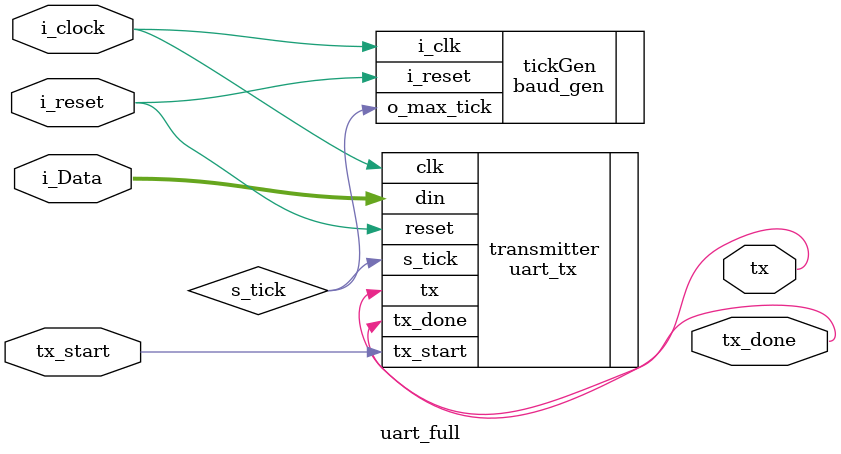
<source format=v>
`timescale 10ns / 10ns

module uart_full    #(
    parameter   DBIT        =   16           ,
    parameter   SB_TICK     =   16          ,
    parameter   DIV         =   163         ,
    parameter   SIZ         =   8
)
(
    input   wire    i_clock ,   i_reset     ,
    input   wire    [DBIT-1:0]  i_Data      ,
    input   wire                tx_start    ,
    output  wire    tx_done ,   tx
);

wire        baud_gen_line       ;

baud_gen    #(
    .N              (SIZ)                   ,
    .M              (DIV)
)   tickGen     (
    .i_clk          (i_clock)               ,
    .i_reset        (i_reset)               ,
    .o_max_tick     (s_tick)
);

uart_tx         #(
    .DBIT           (DBIT)                  ,
    .SB_TICK        (SB_TICK)
)   transmitter (
    .clk            (i_clock)               ,
    .reset          (i_reset)               ,
    .tx_start       (tx_start)              ,
    .s_tick         (s_tick)                ,
    .din            (i_Data)                ,
    .tx_done        (tx_done)               ,
    .tx             (tx)
);

endmodule

</source>
